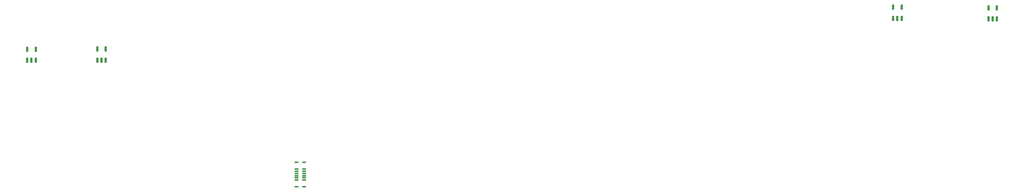
<source format=gtp>
G04*
G04 #@! TF.GenerationSoftware,Altium Limited,Altium Designer,24.1.2 (44)*
G04*
G04 Layer_Color=8421504*
%FSLAX25Y25*%
%MOIN*%
G70*
G04*
G04 #@! TF.SameCoordinates,7BB0C798-B388-47C6-955D-DBFAA0C4EE40*
G04*
G04*
G04 #@! TF.FilePolarity,Positive*
G04*
G01*
G75*
G04:AMPARAMS|DCode=18|XSize=48.03mil|YSize=19.68mil|CornerRadius=2.46mil|HoleSize=0mil|Usage=FLASHONLY|Rotation=90.000|XOffset=0mil|YOffset=0mil|HoleType=Round|Shape=RoundedRectangle|*
%AMROUNDEDRECTD18*
21,1,0.04803,0.01476,0,0,90.0*
21,1,0.04311,0.01968,0,0,90.0*
1,1,0.00492,0.00738,0.02156*
1,1,0.00492,0.00738,-0.02156*
1,1,0.00492,-0.00738,-0.02156*
1,1,0.00492,-0.00738,0.02156*
%
%ADD18ROUNDEDRECTD18*%
%ADD19R,0.03425X0.01181*%
D18*
X388440Y753173D02*
D03*
X395921D02*
D03*
Y743370D02*
D03*
X392180D02*
D03*
X388440D02*
D03*
X1153417Y790402D02*
D03*
X1160898D02*
D03*
Y780598D02*
D03*
X1157158D02*
D03*
X1153417D02*
D03*
X1237602Y789902D02*
D03*
X1245083D02*
D03*
Y780098D02*
D03*
X1241343D02*
D03*
X1237602D02*
D03*
X450238Y743586D02*
D03*
X453978D02*
D03*
X457718D02*
D03*
Y753389D02*
D03*
X450238D02*
D03*
D19*
X633130Y637343D02*
D03*
Y639311D02*
D03*
Y641280D02*
D03*
Y643248D02*
D03*
Y645217D02*
D03*
Y647185D02*
D03*
Y631437D02*
D03*
Y653090D02*
D03*
X626319Y647185D02*
D03*
Y645217D02*
D03*
Y643248D02*
D03*
Y641280D02*
D03*
Y639311D02*
D03*
Y637343D02*
D03*
Y653090D02*
D03*
Y631437D02*
D03*
M02*

</source>
